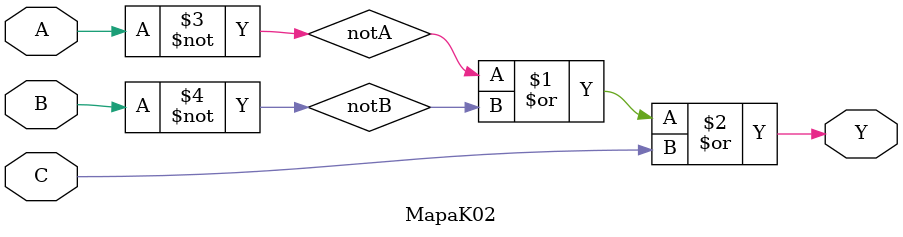
<source format=v>
module SOP01 (input wire A, B, C, output wire Y);   //Behavioral Modelling de SOP
  assign Y = (~A & ~B & ~C) | (~A & ~B & C) | (~A & B & ~C) |(~A & B & C) | (A & ~B & ~C) | (A & ~B & C) | (A & B & C);
endmodule

module POS01 (input wire A, B, C, output wire Y);   //Behavioral Modelling de POS
  assign Y = ~A | ~B | C;
endmodule

module MapaK01 (input wire A, B, C, output wire Y);   //Behavioral Modelling de MapaK
  assign Y = ~A | ~B | C;
endmodule

module SOP02 (input wire A, B, C, output wire Y);   //Gate Level Modelling de SOP
  wire notB;
  or  O1(Y, andA, andB, andC, andD, andE, andF, andG);
  and A1(andA, notA, notB, notC);
  and A2(andB, notA, notB, C);
  and A3(andC, notA, B, notC);
  and A4(andD, notA, B, C);
  and A5(andE, A, notB, notC);
  and A6(andF, A, notB, C);
  and A7(andG, A, B, C);
  not N1(notA, A);
  not N2(notB, B);
  not N3(notC, C);
endmodule

module POS02 (input wire A, B, C, output wire Y);    //Gate Level Modelling de POS
  or  O1(Y, notA, notB, C);
  not N1(notA, A);
  not N2(notB, B);
endmodule

module MapaK02 (input wire A, B, C, output wire Y);   //Gate Level Modelling de MapaK
  or  O1(Y, notA, notB, C);
  not N1(notA, A);
  not N2(notB, B);
endmodule

</source>
